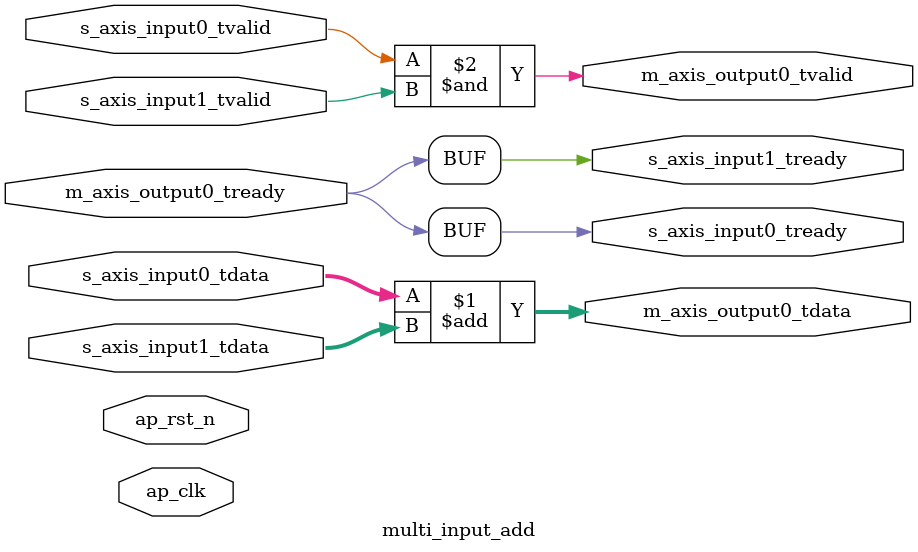
<source format=sv>

module multi_input_add #(
    parameter INPUT0_WIDTH = 8,
    parameter SIGNED_INPUT0 = 0,
    parameter INPUT1_WIDTH = 8,
    parameter SIGNED_INPUT1 = 0,
    parameter OUTPUT_WIDTH = 8,
    parameter SIGNED_OUTPUT = 0,
    parameter ALGORITHM_PARAM = 16,  // This should be in node attributes
    parameter PE = 1                  // This should be in node attributes
) (
    input ap_clk,
    input ap_rst_n,
    
    input [INPUT0_WIDTH-1:0] s_axis_input0_tdata,
    input s_axis_input0_tvalid,
    output s_axis_input0_tready,
    
    input [INPUT1_WIDTH-1:0] s_axis_input1_tdata,
    input s_axis_input1_tvalid,
    output s_axis_input1_tready,
    
    output [OUTPUT_WIDTH-1:0] m_axis_output0_tdata,
    output m_axis_output0_tvalid,
    input m_axis_output0_tready
);

// Simple addition logic
assign m_axis_output0_tdata = s_axis_input0_tdata + s_axis_input1_tdata;
assign m_axis_output0_tvalid = s_axis_input0_tvalid & s_axis_input1_tvalid;
assign s_axis_input0_tready = m_axis_output0_tready;
assign s_axis_input1_tready = m_axis_output0_tready;

endmodule
</source>
